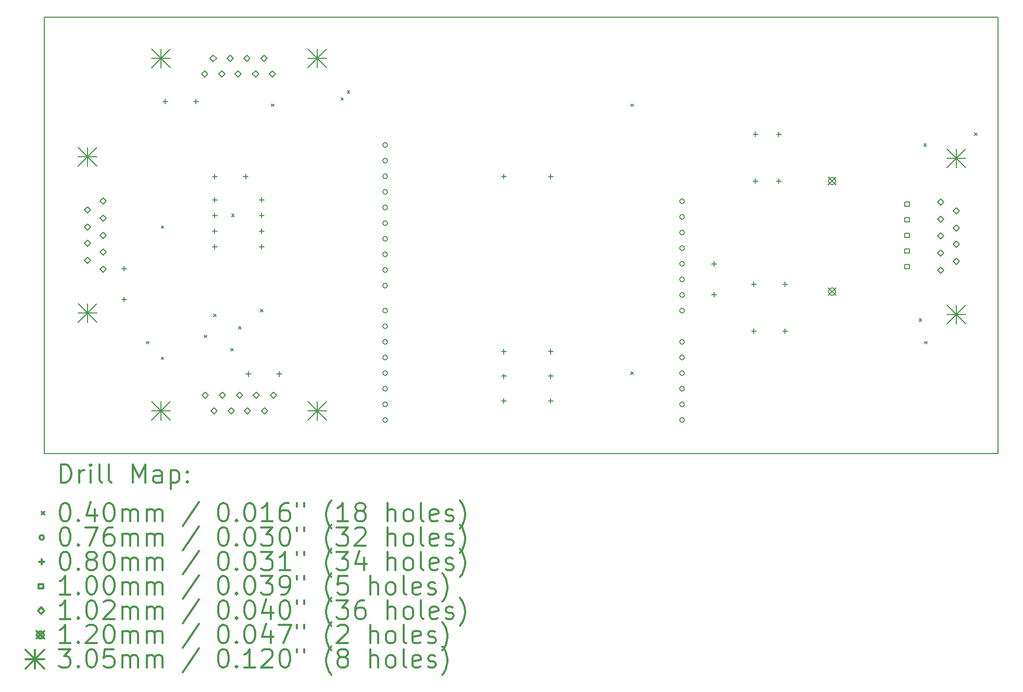
<source format=gbr>
%FSLAX45Y45*%
G04 Gerber Fmt 4.5, Leading zero omitted, Abs format (unit mm)*
G04 Created by KiCad (PCBNEW 4.0.2-stable) date 22/12/2017 23:20:40*
%MOMM*%
G01*
G04 APERTURE LIST*
%ADD10C,0.127000*%
%ADD11C,0.150000*%
%ADD12C,0.200000*%
%ADD13C,0.300000*%
G04 APERTURE END LIST*
D10*
D11*
X22650000Y-4650000D02*
X22650000Y-11750000D01*
X7150000Y-4650000D02*
X22650000Y-4650000D01*
X7150000Y-4650000D02*
X7150000Y-11750000D01*
X7150000Y-11750000D02*
X22650000Y-11750000D01*
D12*
X8806400Y-9925900D02*
X8846400Y-9965900D01*
X8846400Y-9925900D02*
X8806400Y-9965900D01*
X9047700Y-8046300D02*
X9087700Y-8086300D01*
X9087700Y-8046300D02*
X9047700Y-8086300D01*
X9047700Y-10179900D02*
X9087700Y-10219900D01*
X9087700Y-10179900D02*
X9047700Y-10219900D01*
X9746200Y-9824300D02*
X9786200Y-9864300D01*
X9786200Y-9824300D02*
X9746200Y-9864300D01*
X9898600Y-9481400D02*
X9938600Y-9521400D01*
X9938600Y-9481400D02*
X9898600Y-9521400D01*
X10178000Y-10040200D02*
X10218000Y-10080200D01*
X10218000Y-10040200D02*
X10178000Y-10080200D01*
X10190700Y-7855800D02*
X10230700Y-7895800D01*
X10230700Y-7855800D02*
X10190700Y-7895800D01*
X10305000Y-9684600D02*
X10345000Y-9724600D01*
X10345000Y-9684600D02*
X10305000Y-9724600D01*
X10660600Y-9405200D02*
X10700600Y-9445200D01*
X10700600Y-9405200D02*
X10660600Y-9445200D01*
X10838400Y-6065100D02*
X10878400Y-6105100D01*
X10878400Y-6065100D02*
X10838400Y-6105100D01*
X11968700Y-5963500D02*
X12008700Y-6003500D01*
X12008700Y-5963500D02*
X11968700Y-6003500D01*
X12070300Y-5849200D02*
X12110300Y-5889200D01*
X12110300Y-5849200D02*
X12070300Y-5889200D01*
X16680400Y-6065100D02*
X16720400Y-6105100D01*
X16720400Y-6065100D02*
X16680400Y-6105100D01*
X16680400Y-10421200D02*
X16720400Y-10461200D01*
X16720400Y-10421200D02*
X16680400Y-10461200D01*
X21366700Y-9557600D02*
X21406700Y-9597600D01*
X21406700Y-9557600D02*
X21366700Y-9597600D01*
X21442900Y-6712800D02*
X21482900Y-6752800D01*
X21482900Y-6712800D02*
X21442900Y-6752800D01*
X21455600Y-9925900D02*
X21495600Y-9965900D01*
X21495600Y-9925900D02*
X21455600Y-9965900D01*
X22268400Y-6535000D02*
X22308400Y-6575000D01*
X22308400Y-6535000D02*
X22268400Y-6575000D01*
X12725300Y-6732800D02*
G75*
G03X12725300Y-6732800I-38100J0D01*
G01*
X12725300Y-6986800D02*
G75*
G03X12725300Y-6986800I-38100J0D01*
G01*
X12725300Y-7240800D02*
G75*
G03X12725300Y-7240800I-38100J0D01*
G01*
X12725300Y-7494800D02*
G75*
G03X12725300Y-7494800I-38100J0D01*
G01*
X12725300Y-7748800D02*
G75*
G03X12725300Y-7748800I-38100J0D01*
G01*
X12725300Y-8002800D02*
G75*
G03X12725300Y-8002800I-38100J0D01*
G01*
X12725300Y-8256800D02*
G75*
G03X12725300Y-8256800I-38100J0D01*
G01*
X12725300Y-8510800D02*
G75*
G03X12725300Y-8510800I-38100J0D01*
G01*
X12725300Y-8764800D02*
G75*
G03X12725300Y-8764800I-38100J0D01*
G01*
X12725300Y-9018800D02*
G75*
G03X12725300Y-9018800I-38100J0D01*
G01*
X12725300Y-9425200D02*
G75*
G03X12725300Y-9425200I-38100J0D01*
G01*
X12725300Y-9679200D02*
G75*
G03X12725300Y-9679200I-38100J0D01*
G01*
X12725300Y-9933200D02*
G75*
G03X12725300Y-9933200I-38100J0D01*
G01*
X12725300Y-10187200D02*
G75*
G03X12725300Y-10187200I-38100J0D01*
G01*
X12725300Y-10441200D02*
G75*
G03X12725300Y-10441200I-38100J0D01*
G01*
X12725300Y-10695200D02*
G75*
G03X12725300Y-10695200I-38100J0D01*
G01*
X12725300Y-10949200D02*
G75*
G03X12725300Y-10949200I-38100J0D01*
G01*
X12725300Y-11203200D02*
G75*
G03X12725300Y-11203200I-38100J0D01*
G01*
X17551300Y-7647200D02*
G75*
G03X17551300Y-7647200I-38100J0D01*
G01*
X17551300Y-7901200D02*
G75*
G03X17551300Y-7901200I-38100J0D01*
G01*
X17551300Y-8155200D02*
G75*
G03X17551300Y-8155200I-38100J0D01*
G01*
X17551300Y-8409200D02*
G75*
G03X17551300Y-8409200I-38100J0D01*
G01*
X17551300Y-8663200D02*
G75*
G03X17551300Y-8663200I-38100J0D01*
G01*
X17551300Y-8917200D02*
G75*
G03X17551300Y-8917200I-38100J0D01*
G01*
X17551300Y-9171200D02*
G75*
G03X17551300Y-9171200I-38100J0D01*
G01*
X17551300Y-9425200D02*
G75*
G03X17551300Y-9425200I-38100J0D01*
G01*
X17551300Y-9933200D02*
G75*
G03X17551300Y-9933200I-38100J0D01*
G01*
X17551300Y-10187200D02*
G75*
G03X17551300Y-10187200I-38100J0D01*
G01*
X17551300Y-10441200D02*
G75*
G03X17551300Y-10441200I-38100J0D01*
G01*
X17551300Y-10695200D02*
G75*
G03X17551300Y-10695200I-38100J0D01*
G01*
X17551300Y-10949200D02*
G75*
G03X17551300Y-10949200I-38100J0D01*
G01*
X17551300Y-11203200D02*
G75*
G03X17551300Y-11203200I-38100J0D01*
G01*
X8445400Y-8699400D02*
X8445400Y-8779400D01*
X8405400Y-8739400D02*
X8485400Y-8739400D01*
X8445400Y-9199400D02*
X8445400Y-9279400D01*
X8405400Y-9239400D02*
X8485400Y-9239400D01*
X9113800Y-5981600D02*
X9113800Y-6061600D01*
X9073800Y-6021600D02*
X9153800Y-6021600D01*
X9613800Y-5981600D02*
X9613800Y-6061600D01*
X9573800Y-6021600D02*
X9653800Y-6021600D01*
X9918600Y-7200800D02*
X9918600Y-7280800D01*
X9878600Y-7240800D02*
X9958600Y-7240800D01*
X9918600Y-7581800D02*
X9918600Y-7661800D01*
X9878600Y-7621800D02*
X9958600Y-7621800D01*
X9918600Y-7835800D02*
X9918600Y-7915800D01*
X9878600Y-7875800D02*
X9958600Y-7875800D01*
X9918600Y-8089800D02*
X9918600Y-8169800D01*
X9878600Y-8129800D02*
X9958600Y-8129800D01*
X9918600Y-8343800D02*
X9918600Y-8423800D01*
X9878600Y-8383800D02*
X9958600Y-8383800D01*
X10418600Y-7200800D02*
X10418600Y-7280800D01*
X10378600Y-7240800D02*
X10458600Y-7240800D01*
X10464700Y-10413900D02*
X10464700Y-10493900D01*
X10424700Y-10453900D02*
X10504700Y-10453900D01*
X10680600Y-7581800D02*
X10680600Y-7661800D01*
X10640600Y-7621800D02*
X10720600Y-7621800D01*
X10680600Y-7835800D02*
X10680600Y-7915800D01*
X10640600Y-7875800D02*
X10720600Y-7875800D01*
X10680600Y-8089800D02*
X10680600Y-8169800D01*
X10640600Y-8129800D02*
X10720600Y-8129800D01*
X10680600Y-8343800D02*
X10680600Y-8423800D01*
X10640600Y-8383800D02*
X10720600Y-8383800D01*
X10964700Y-10413900D02*
X10964700Y-10493900D01*
X10924700Y-10453900D02*
X11004700Y-10453900D01*
X14617600Y-7200800D02*
X14617600Y-7280800D01*
X14577600Y-7240800D02*
X14657600Y-7240800D01*
X14618000Y-10050000D02*
X14618000Y-10130000D01*
X14578000Y-10090000D02*
X14658000Y-10090000D01*
X14618000Y-10450000D02*
X14618000Y-10530000D01*
X14578000Y-10490000D02*
X14658000Y-10490000D01*
X14618000Y-10850000D02*
X14618000Y-10930000D01*
X14578000Y-10890000D02*
X14658000Y-10890000D01*
X15379600Y-7200800D02*
X15379600Y-7280800D01*
X15339600Y-7240800D02*
X15419600Y-7240800D01*
X15380000Y-10050000D02*
X15380000Y-10130000D01*
X15340000Y-10090000D02*
X15420000Y-10090000D01*
X15380000Y-10450000D02*
X15380000Y-10530000D01*
X15340000Y-10490000D02*
X15420000Y-10490000D01*
X15380000Y-10850000D02*
X15380000Y-10930000D01*
X15340000Y-10890000D02*
X15420000Y-10890000D01*
X18033900Y-8623200D02*
X18033900Y-8703200D01*
X17993900Y-8663200D02*
X18073900Y-8663200D01*
X18033900Y-9123200D02*
X18033900Y-9203200D01*
X17993900Y-9163200D02*
X18073900Y-9163200D01*
X18681600Y-8953400D02*
X18681600Y-9033400D01*
X18641600Y-8993400D02*
X18721600Y-8993400D01*
X18681600Y-9715400D02*
X18681600Y-9795400D01*
X18641600Y-9755400D02*
X18721600Y-9755400D01*
X18707000Y-6515000D02*
X18707000Y-6595000D01*
X18667000Y-6555000D02*
X18747000Y-6555000D01*
X18707000Y-7277000D02*
X18707000Y-7357000D01*
X18667000Y-7317000D02*
X18747000Y-7317000D01*
X19088000Y-6515000D02*
X19088000Y-6595000D01*
X19048000Y-6555000D02*
X19128000Y-6555000D01*
X19088000Y-7277000D02*
X19088000Y-7357000D01*
X19048000Y-7317000D02*
X19128000Y-7317000D01*
X19189600Y-8953400D02*
X19189600Y-9033400D01*
X19149600Y-8993400D02*
X19229600Y-8993400D01*
X19189600Y-9715400D02*
X19189600Y-9795400D01*
X19149600Y-9755400D02*
X19229600Y-9755400D01*
X21206156Y-7727006D02*
X21206156Y-7656294D01*
X21135444Y-7656294D01*
X21135444Y-7727006D01*
X21206156Y-7727006D01*
X21206156Y-7981006D02*
X21206156Y-7910294D01*
X21135444Y-7910294D01*
X21135444Y-7981006D01*
X21206156Y-7981006D01*
X21206156Y-8235006D02*
X21206156Y-8164294D01*
X21135444Y-8164294D01*
X21135444Y-8235006D01*
X21206156Y-8235006D01*
X21206156Y-8489006D02*
X21206156Y-8418294D01*
X21135444Y-8418294D01*
X21135444Y-8489006D01*
X21206156Y-8489006D01*
X21206156Y-8743006D02*
X21206156Y-8672294D01*
X21135444Y-8672294D01*
X21135444Y-8743006D01*
X21206156Y-8743006D01*
X7848600Y-7834000D02*
X7899600Y-7783000D01*
X7848600Y-7732000D01*
X7797600Y-7783000D01*
X7848600Y-7834000D01*
X7848600Y-8113000D02*
X7899600Y-8062000D01*
X7848600Y-8011000D01*
X7797600Y-8062000D01*
X7848600Y-8113000D01*
X7848600Y-8380000D02*
X7899600Y-8329000D01*
X7848600Y-8278000D01*
X7797600Y-8329000D01*
X7848600Y-8380000D01*
X7848600Y-8659000D02*
X7899600Y-8608000D01*
X7848600Y-8557000D01*
X7797600Y-8608000D01*
X7848600Y-8659000D01*
X8102600Y-7694000D02*
X8153600Y-7643000D01*
X8102600Y-7592000D01*
X8051600Y-7643000D01*
X8102600Y-7694000D01*
X8102600Y-7973000D02*
X8153600Y-7922000D01*
X8102600Y-7871000D01*
X8051600Y-7922000D01*
X8102600Y-7973000D01*
X8102600Y-8253000D02*
X8153600Y-8202000D01*
X8102600Y-8151000D01*
X8051600Y-8202000D01*
X8102600Y-8253000D01*
X8102600Y-8520000D02*
X8153600Y-8469000D01*
X8102600Y-8418000D01*
X8051600Y-8469000D01*
X8102600Y-8520000D01*
X8102600Y-8799000D02*
X8153600Y-8748000D01*
X8102600Y-8697000D01*
X8051600Y-8748000D01*
X8102600Y-8799000D01*
X9753500Y-5628100D02*
X9804500Y-5577100D01*
X9753500Y-5526100D01*
X9702500Y-5577100D01*
X9753500Y-5628100D01*
X9766100Y-10847800D02*
X9817100Y-10796800D01*
X9766100Y-10745800D01*
X9715100Y-10796800D01*
X9766100Y-10847800D01*
X9893500Y-5374100D02*
X9944500Y-5323100D01*
X9893500Y-5272100D01*
X9842500Y-5323100D01*
X9893500Y-5374100D01*
X9906100Y-11101800D02*
X9957100Y-11050800D01*
X9906100Y-10999800D01*
X9855100Y-11050800D01*
X9906100Y-11101800D01*
X10032500Y-5628100D02*
X10083500Y-5577100D01*
X10032500Y-5526100D01*
X9981500Y-5577100D01*
X10032500Y-5628100D01*
X10045100Y-10847800D02*
X10096100Y-10796800D01*
X10045100Y-10745800D01*
X9994100Y-10796800D01*
X10045100Y-10847800D01*
X10172500Y-5374100D02*
X10223500Y-5323100D01*
X10172500Y-5272100D01*
X10121500Y-5323100D01*
X10172500Y-5374100D01*
X10185100Y-11101800D02*
X10236100Y-11050800D01*
X10185100Y-10999800D01*
X10134100Y-11050800D01*
X10185100Y-11101800D01*
X10299500Y-5628100D02*
X10350500Y-5577100D01*
X10299500Y-5526100D01*
X10248500Y-5577100D01*
X10299500Y-5628100D01*
X10325100Y-10847800D02*
X10376100Y-10796800D01*
X10325100Y-10745800D01*
X10274100Y-10796800D01*
X10325100Y-10847800D01*
X10439500Y-5374100D02*
X10490500Y-5323100D01*
X10439500Y-5272100D01*
X10388500Y-5323100D01*
X10439500Y-5374100D01*
X10452100Y-11101800D02*
X10503100Y-11050800D01*
X10452100Y-10999800D01*
X10401100Y-11050800D01*
X10452100Y-11101800D01*
X10579500Y-5628100D02*
X10630500Y-5577100D01*
X10579500Y-5526100D01*
X10528500Y-5577100D01*
X10579500Y-5628100D01*
X10592100Y-10847800D02*
X10643100Y-10796800D01*
X10592100Y-10745800D01*
X10541100Y-10796800D01*
X10592100Y-10847800D01*
X10718500Y-5374100D02*
X10769500Y-5323100D01*
X10718500Y-5272100D01*
X10667500Y-5323100D01*
X10718500Y-5374100D01*
X10731100Y-11101800D02*
X10782100Y-11050800D01*
X10731100Y-10999800D01*
X10680100Y-11050800D01*
X10731100Y-11101800D01*
X10858500Y-5628100D02*
X10909500Y-5577100D01*
X10858500Y-5526100D01*
X10807500Y-5577100D01*
X10858500Y-5628100D01*
X10871100Y-10847800D02*
X10922100Y-10796800D01*
X10871100Y-10745800D01*
X10820100Y-10796800D01*
X10871100Y-10847800D01*
X21717700Y-7712620D02*
X21768700Y-7661620D01*
X21717700Y-7610620D01*
X21666700Y-7661620D01*
X21717700Y-7712620D01*
X21717700Y-7992620D02*
X21768700Y-7941620D01*
X21717700Y-7890620D01*
X21666700Y-7941620D01*
X21717700Y-7992620D01*
X21717700Y-8258620D02*
X21768700Y-8207620D01*
X21717700Y-8156620D01*
X21666700Y-8207620D01*
X21717700Y-8258620D01*
X21717700Y-8538620D02*
X21768700Y-8487620D01*
X21717700Y-8436620D01*
X21666700Y-8487620D01*
X21717700Y-8538620D01*
X21717700Y-8817620D02*
X21768700Y-8766620D01*
X21717700Y-8715620D01*
X21666700Y-8766620D01*
X21717700Y-8817620D01*
X21971700Y-7852620D02*
X22022700Y-7801620D01*
X21971700Y-7750620D01*
X21920700Y-7801620D01*
X21971700Y-7852620D01*
X21971700Y-8131620D02*
X22022700Y-8080620D01*
X21971700Y-8029620D01*
X21920700Y-8080620D01*
X21971700Y-8131620D01*
X21971700Y-8398620D02*
X22022700Y-8347620D01*
X21971700Y-8296620D01*
X21920700Y-8347620D01*
X21971700Y-8398620D01*
X21971700Y-8677620D02*
X22022700Y-8626620D01*
X21971700Y-8575620D01*
X21920700Y-8626620D01*
X21971700Y-8677620D01*
X19891600Y-7257000D02*
X20011600Y-7377000D01*
X20011600Y-7257000D02*
X19891600Y-7377000D01*
X20011600Y-7317000D02*
G75*
G03X20011600Y-7317000I-60000J0D01*
G01*
X19891600Y-9057000D02*
X20011600Y-9177000D01*
X20011600Y-9057000D02*
X19891600Y-9177000D01*
X20011600Y-9117000D02*
G75*
G03X20011600Y-9117000I-60000J0D01*
G01*
X7696100Y-6766500D02*
X8001100Y-7071500D01*
X8001100Y-6766500D02*
X7696100Y-7071500D01*
X7848600Y-6766500D02*
X7848600Y-7071500D01*
X7696100Y-6919000D02*
X8001100Y-6919000D01*
X7696100Y-9306500D02*
X8001100Y-9611500D01*
X8001100Y-9306500D02*
X7696100Y-9611500D01*
X7848600Y-9306500D02*
X7848600Y-9611500D01*
X7696100Y-9459000D02*
X8001100Y-9459000D01*
X8889600Y-10898300D02*
X9194600Y-11203300D01*
X9194600Y-10898300D02*
X8889600Y-11203300D01*
X9042100Y-10898300D02*
X9042100Y-11203300D01*
X8889600Y-11050800D02*
X9194600Y-11050800D01*
X8890000Y-5170600D02*
X9195000Y-5475600D01*
X9195000Y-5170600D02*
X8890000Y-5475600D01*
X9042500Y-5170600D02*
X9042500Y-5475600D01*
X8890000Y-5323100D02*
X9195000Y-5323100D01*
X11429600Y-10898300D02*
X11734600Y-11203300D01*
X11734600Y-10898300D02*
X11429600Y-11203300D01*
X11582100Y-10898300D02*
X11582100Y-11203300D01*
X11429600Y-11050800D02*
X11734600Y-11050800D01*
X11430000Y-5170600D02*
X11735000Y-5475600D01*
X11735000Y-5170600D02*
X11430000Y-5475600D01*
X11582500Y-5170600D02*
X11582500Y-5475600D01*
X11430000Y-5323100D02*
X11735000Y-5323100D01*
X21819200Y-6798120D02*
X22124200Y-7103120D01*
X22124200Y-6798120D02*
X21819200Y-7103120D01*
X21971700Y-6798120D02*
X21971700Y-7103120D01*
X21819200Y-6950620D02*
X22124200Y-6950620D01*
X21819200Y-9338120D02*
X22124200Y-9643120D01*
X22124200Y-9338120D02*
X21819200Y-9643120D01*
X21971700Y-9338120D02*
X21971700Y-9643120D01*
X21819200Y-9490620D02*
X22124200Y-9490620D01*
D13*
X7413928Y-12223214D02*
X7413928Y-11923214D01*
X7485357Y-11923214D01*
X7528214Y-11937500D01*
X7556786Y-11966071D01*
X7571071Y-11994643D01*
X7585357Y-12051786D01*
X7585357Y-12094643D01*
X7571071Y-12151786D01*
X7556786Y-12180357D01*
X7528214Y-12208929D01*
X7485357Y-12223214D01*
X7413928Y-12223214D01*
X7713928Y-12223214D02*
X7713928Y-12023214D01*
X7713928Y-12080357D02*
X7728214Y-12051786D01*
X7742500Y-12037500D01*
X7771071Y-12023214D01*
X7799643Y-12023214D01*
X7899643Y-12223214D02*
X7899643Y-12023214D01*
X7899643Y-11923214D02*
X7885357Y-11937500D01*
X7899643Y-11951786D01*
X7913928Y-11937500D01*
X7899643Y-11923214D01*
X7899643Y-11951786D01*
X8085357Y-12223214D02*
X8056786Y-12208929D01*
X8042500Y-12180357D01*
X8042500Y-11923214D01*
X8242500Y-12223214D02*
X8213928Y-12208929D01*
X8199643Y-12180357D01*
X8199643Y-11923214D01*
X8585357Y-12223214D02*
X8585357Y-11923214D01*
X8685357Y-12137500D01*
X8785357Y-11923214D01*
X8785357Y-12223214D01*
X9056786Y-12223214D02*
X9056786Y-12066071D01*
X9042500Y-12037500D01*
X9013929Y-12023214D01*
X8956786Y-12023214D01*
X8928214Y-12037500D01*
X9056786Y-12208929D02*
X9028214Y-12223214D01*
X8956786Y-12223214D01*
X8928214Y-12208929D01*
X8913929Y-12180357D01*
X8913929Y-12151786D01*
X8928214Y-12123214D01*
X8956786Y-12108929D01*
X9028214Y-12108929D01*
X9056786Y-12094643D01*
X9199643Y-12023214D02*
X9199643Y-12323214D01*
X9199643Y-12037500D02*
X9228214Y-12023214D01*
X9285357Y-12023214D01*
X9313929Y-12037500D01*
X9328214Y-12051786D01*
X9342500Y-12080357D01*
X9342500Y-12166071D01*
X9328214Y-12194643D01*
X9313929Y-12208929D01*
X9285357Y-12223214D01*
X9228214Y-12223214D01*
X9199643Y-12208929D01*
X9471071Y-12194643D02*
X9485357Y-12208929D01*
X9471071Y-12223214D01*
X9456786Y-12208929D01*
X9471071Y-12194643D01*
X9471071Y-12223214D01*
X9471071Y-12037500D02*
X9485357Y-12051786D01*
X9471071Y-12066071D01*
X9456786Y-12051786D01*
X9471071Y-12037500D01*
X9471071Y-12066071D01*
X7102500Y-12697500D02*
X7142500Y-12737500D01*
X7142500Y-12697500D02*
X7102500Y-12737500D01*
X7471071Y-12553214D02*
X7499643Y-12553214D01*
X7528214Y-12567500D01*
X7542500Y-12581786D01*
X7556786Y-12610357D01*
X7571071Y-12667500D01*
X7571071Y-12738929D01*
X7556786Y-12796071D01*
X7542500Y-12824643D01*
X7528214Y-12838929D01*
X7499643Y-12853214D01*
X7471071Y-12853214D01*
X7442500Y-12838929D01*
X7428214Y-12824643D01*
X7413928Y-12796071D01*
X7399643Y-12738929D01*
X7399643Y-12667500D01*
X7413928Y-12610357D01*
X7428214Y-12581786D01*
X7442500Y-12567500D01*
X7471071Y-12553214D01*
X7699643Y-12824643D02*
X7713928Y-12838929D01*
X7699643Y-12853214D01*
X7685357Y-12838929D01*
X7699643Y-12824643D01*
X7699643Y-12853214D01*
X7971071Y-12653214D02*
X7971071Y-12853214D01*
X7899643Y-12538929D02*
X7828214Y-12753214D01*
X8013928Y-12753214D01*
X8185357Y-12553214D02*
X8213928Y-12553214D01*
X8242500Y-12567500D01*
X8256786Y-12581786D01*
X8271071Y-12610357D01*
X8285357Y-12667500D01*
X8285357Y-12738929D01*
X8271071Y-12796071D01*
X8256786Y-12824643D01*
X8242500Y-12838929D01*
X8213928Y-12853214D01*
X8185357Y-12853214D01*
X8156786Y-12838929D01*
X8142500Y-12824643D01*
X8128214Y-12796071D01*
X8113928Y-12738929D01*
X8113928Y-12667500D01*
X8128214Y-12610357D01*
X8142500Y-12581786D01*
X8156786Y-12567500D01*
X8185357Y-12553214D01*
X8413929Y-12853214D02*
X8413929Y-12653214D01*
X8413929Y-12681786D02*
X8428214Y-12667500D01*
X8456786Y-12653214D01*
X8499643Y-12653214D01*
X8528214Y-12667500D01*
X8542500Y-12696071D01*
X8542500Y-12853214D01*
X8542500Y-12696071D02*
X8556786Y-12667500D01*
X8585357Y-12653214D01*
X8628214Y-12653214D01*
X8656786Y-12667500D01*
X8671071Y-12696071D01*
X8671071Y-12853214D01*
X8813929Y-12853214D02*
X8813929Y-12653214D01*
X8813929Y-12681786D02*
X8828214Y-12667500D01*
X8856786Y-12653214D01*
X8899643Y-12653214D01*
X8928214Y-12667500D01*
X8942500Y-12696071D01*
X8942500Y-12853214D01*
X8942500Y-12696071D02*
X8956786Y-12667500D01*
X8985357Y-12653214D01*
X9028214Y-12653214D01*
X9056786Y-12667500D01*
X9071071Y-12696071D01*
X9071071Y-12853214D01*
X9656786Y-12538929D02*
X9399643Y-12924643D01*
X10042500Y-12553214D02*
X10071071Y-12553214D01*
X10099643Y-12567500D01*
X10113928Y-12581786D01*
X10128214Y-12610357D01*
X10142500Y-12667500D01*
X10142500Y-12738929D01*
X10128214Y-12796071D01*
X10113928Y-12824643D01*
X10099643Y-12838929D01*
X10071071Y-12853214D01*
X10042500Y-12853214D01*
X10013928Y-12838929D01*
X9999643Y-12824643D01*
X9985357Y-12796071D01*
X9971071Y-12738929D01*
X9971071Y-12667500D01*
X9985357Y-12610357D01*
X9999643Y-12581786D01*
X10013928Y-12567500D01*
X10042500Y-12553214D01*
X10271071Y-12824643D02*
X10285357Y-12838929D01*
X10271071Y-12853214D01*
X10256786Y-12838929D01*
X10271071Y-12824643D01*
X10271071Y-12853214D01*
X10471071Y-12553214D02*
X10499643Y-12553214D01*
X10528214Y-12567500D01*
X10542500Y-12581786D01*
X10556786Y-12610357D01*
X10571071Y-12667500D01*
X10571071Y-12738929D01*
X10556786Y-12796071D01*
X10542500Y-12824643D01*
X10528214Y-12838929D01*
X10499643Y-12853214D01*
X10471071Y-12853214D01*
X10442500Y-12838929D01*
X10428214Y-12824643D01*
X10413928Y-12796071D01*
X10399643Y-12738929D01*
X10399643Y-12667500D01*
X10413928Y-12610357D01*
X10428214Y-12581786D01*
X10442500Y-12567500D01*
X10471071Y-12553214D01*
X10856786Y-12853214D02*
X10685357Y-12853214D01*
X10771071Y-12853214D02*
X10771071Y-12553214D01*
X10742500Y-12596071D01*
X10713928Y-12624643D01*
X10685357Y-12638929D01*
X11113928Y-12553214D02*
X11056786Y-12553214D01*
X11028214Y-12567500D01*
X11013928Y-12581786D01*
X10985357Y-12624643D01*
X10971071Y-12681786D01*
X10971071Y-12796071D01*
X10985357Y-12824643D01*
X10999643Y-12838929D01*
X11028214Y-12853214D01*
X11085357Y-12853214D01*
X11113928Y-12838929D01*
X11128214Y-12824643D01*
X11142500Y-12796071D01*
X11142500Y-12724643D01*
X11128214Y-12696071D01*
X11113928Y-12681786D01*
X11085357Y-12667500D01*
X11028214Y-12667500D01*
X10999643Y-12681786D01*
X10985357Y-12696071D01*
X10971071Y-12724643D01*
X11256786Y-12553214D02*
X11256786Y-12610357D01*
X11371071Y-12553214D02*
X11371071Y-12610357D01*
X11813928Y-12967500D02*
X11799643Y-12953214D01*
X11771071Y-12910357D01*
X11756785Y-12881786D01*
X11742500Y-12838929D01*
X11728214Y-12767500D01*
X11728214Y-12710357D01*
X11742500Y-12638929D01*
X11756785Y-12596071D01*
X11771071Y-12567500D01*
X11799643Y-12524643D01*
X11813928Y-12510357D01*
X12085357Y-12853214D02*
X11913928Y-12853214D01*
X11999643Y-12853214D02*
X11999643Y-12553214D01*
X11971071Y-12596071D01*
X11942500Y-12624643D01*
X11913928Y-12638929D01*
X12256785Y-12681786D02*
X12228214Y-12667500D01*
X12213928Y-12653214D01*
X12199643Y-12624643D01*
X12199643Y-12610357D01*
X12213928Y-12581786D01*
X12228214Y-12567500D01*
X12256785Y-12553214D01*
X12313928Y-12553214D01*
X12342500Y-12567500D01*
X12356785Y-12581786D01*
X12371071Y-12610357D01*
X12371071Y-12624643D01*
X12356785Y-12653214D01*
X12342500Y-12667500D01*
X12313928Y-12681786D01*
X12256785Y-12681786D01*
X12228214Y-12696071D01*
X12213928Y-12710357D01*
X12199643Y-12738929D01*
X12199643Y-12796071D01*
X12213928Y-12824643D01*
X12228214Y-12838929D01*
X12256785Y-12853214D01*
X12313928Y-12853214D01*
X12342500Y-12838929D01*
X12356785Y-12824643D01*
X12371071Y-12796071D01*
X12371071Y-12738929D01*
X12356785Y-12710357D01*
X12342500Y-12696071D01*
X12313928Y-12681786D01*
X12728214Y-12853214D02*
X12728214Y-12553214D01*
X12856785Y-12853214D02*
X12856785Y-12696071D01*
X12842500Y-12667500D01*
X12813928Y-12653214D01*
X12771071Y-12653214D01*
X12742500Y-12667500D01*
X12728214Y-12681786D01*
X13042500Y-12853214D02*
X13013928Y-12838929D01*
X12999643Y-12824643D01*
X12985357Y-12796071D01*
X12985357Y-12710357D01*
X12999643Y-12681786D01*
X13013928Y-12667500D01*
X13042500Y-12653214D01*
X13085357Y-12653214D01*
X13113928Y-12667500D01*
X13128214Y-12681786D01*
X13142500Y-12710357D01*
X13142500Y-12796071D01*
X13128214Y-12824643D01*
X13113928Y-12838929D01*
X13085357Y-12853214D01*
X13042500Y-12853214D01*
X13313928Y-12853214D02*
X13285357Y-12838929D01*
X13271071Y-12810357D01*
X13271071Y-12553214D01*
X13542500Y-12838929D02*
X13513928Y-12853214D01*
X13456786Y-12853214D01*
X13428214Y-12838929D01*
X13413928Y-12810357D01*
X13413928Y-12696071D01*
X13428214Y-12667500D01*
X13456786Y-12653214D01*
X13513928Y-12653214D01*
X13542500Y-12667500D01*
X13556786Y-12696071D01*
X13556786Y-12724643D01*
X13413928Y-12753214D01*
X13671071Y-12838929D02*
X13699643Y-12853214D01*
X13756786Y-12853214D01*
X13785357Y-12838929D01*
X13799643Y-12810357D01*
X13799643Y-12796071D01*
X13785357Y-12767500D01*
X13756786Y-12753214D01*
X13713928Y-12753214D01*
X13685357Y-12738929D01*
X13671071Y-12710357D01*
X13671071Y-12696071D01*
X13685357Y-12667500D01*
X13713928Y-12653214D01*
X13756786Y-12653214D01*
X13785357Y-12667500D01*
X13899643Y-12967500D02*
X13913928Y-12953214D01*
X13942500Y-12910357D01*
X13956786Y-12881786D01*
X13971071Y-12838929D01*
X13985357Y-12767500D01*
X13985357Y-12710357D01*
X13971071Y-12638929D01*
X13956786Y-12596071D01*
X13942500Y-12567500D01*
X13913928Y-12524643D01*
X13899643Y-12510357D01*
X7142500Y-13113500D02*
G75*
G03X7142500Y-13113500I-38100J0D01*
G01*
X7471071Y-12949214D02*
X7499643Y-12949214D01*
X7528214Y-12963500D01*
X7542500Y-12977786D01*
X7556786Y-13006357D01*
X7571071Y-13063500D01*
X7571071Y-13134929D01*
X7556786Y-13192071D01*
X7542500Y-13220643D01*
X7528214Y-13234929D01*
X7499643Y-13249214D01*
X7471071Y-13249214D01*
X7442500Y-13234929D01*
X7428214Y-13220643D01*
X7413928Y-13192071D01*
X7399643Y-13134929D01*
X7399643Y-13063500D01*
X7413928Y-13006357D01*
X7428214Y-12977786D01*
X7442500Y-12963500D01*
X7471071Y-12949214D01*
X7699643Y-13220643D02*
X7713928Y-13234929D01*
X7699643Y-13249214D01*
X7685357Y-13234929D01*
X7699643Y-13220643D01*
X7699643Y-13249214D01*
X7813928Y-12949214D02*
X8013928Y-12949214D01*
X7885357Y-13249214D01*
X8256786Y-12949214D02*
X8199643Y-12949214D01*
X8171071Y-12963500D01*
X8156786Y-12977786D01*
X8128214Y-13020643D01*
X8113928Y-13077786D01*
X8113928Y-13192071D01*
X8128214Y-13220643D01*
X8142500Y-13234929D01*
X8171071Y-13249214D01*
X8228214Y-13249214D01*
X8256786Y-13234929D01*
X8271071Y-13220643D01*
X8285357Y-13192071D01*
X8285357Y-13120643D01*
X8271071Y-13092071D01*
X8256786Y-13077786D01*
X8228214Y-13063500D01*
X8171071Y-13063500D01*
X8142500Y-13077786D01*
X8128214Y-13092071D01*
X8113928Y-13120643D01*
X8413929Y-13249214D02*
X8413929Y-13049214D01*
X8413929Y-13077786D02*
X8428214Y-13063500D01*
X8456786Y-13049214D01*
X8499643Y-13049214D01*
X8528214Y-13063500D01*
X8542500Y-13092071D01*
X8542500Y-13249214D01*
X8542500Y-13092071D02*
X8556786Y-13063500D01*
X8585357Y-13049214D01*
X8628214Y-13049214D01*
X8656786Y-13063500D01*
X8671071Y-13092071D01*
X8671071Y-13249214D01*
X8813929Y-13249214D02*
X8813929Y-13049214D01*
X8813929Y-13077786D02*
X8828214Y-13063500D01*
X8856786Y-13049214D01*
X8899643Y-13049214D01*
X8928214Y-13063500D01*
X8942500Y-13092071D01*
X8942500Y-13249214D01*
X8942500Y-13092071D02*
X8956786Y-13063500D01*
X8985357Y-13049214D01*
X9028214Y-13049214D01*
X9056786Y-13063500D01*
X9071071Y-13092071D01*
X9071071Y-13249214D01*
X9656786Y-12934929D02*
X9399643Y-13320643D01*
X10042500Y-12949214D02*
X10071071Y-12949214D01*
X10099643Y-12963500D01*
X10113928Y-12977786D01*
X10128214Y-13006357D01*
X10142500Y-13063500D01*
X10142500Y-13134929D01*
X10128214Y-13192071D01*
X10113928Y-13220643D01*
X10099643Y-13234929D01*
X10071071Y-13249214D01*
X10042500Y-13249214D01*
X10013928Y-13234929D01*
X9999643Y-13220643D01*
X9985357Y-13192071D01*
X9971071Y-13134929D01*
X9971071Y-13063500D01*
X9985357Y-13006357D01*
X9999643Y-12977786D01*
X10013928Y-12963500D01*
X10042500Y-12949214D01*
X10271071Y-13220643D02*
X10285357Y-13234929D01*
X10271071Y-13249214D01*
X10256786Y-13234929D01*
X10271071Y-13220643D01*
X10271071Y-13249214D01*
X10471071Y-12949214D02*
X10499643Y-12949214D01*
X10528214Y-12963500D01*
X10542500Y-12977786D01*
X10556786Y-13006357D01*
X10571071Y-13063500D01*
X10571071Y-13134929D01*
X10556786Y-13192071D01*
X10542500Y-13220643D01*
X10528214Y-13234929D01*
X10499643Y-13249214D01*
X10471071Y-13249214D01*
X10442500Y-13234929D01*
X10428214Y-13220643D01*
X10413928Y-13192071D01*
X10399643Y-13134929D01*
X10399643Y-13063500D01*
X10413928Y-13006357D01*
X10428214Y-12977786D01*
X10442500Y-12963500D01*
X10471071Y-12949214D01*
X10671071Y-12949214D02*
X10856786Y-12949214D01*
X10756786Y-13063500D01*
X10799643Y-13063500D01*
X10828214Y-13077786D01*
X10842500Y-13092071D01*
X10856786Y-13120643D01*
X10856786Y-13192071D01*
X10842500Y-13220643D01*
X10828214Y-13234929D01*
X10799643Y-13249214D01*
X10713928Y-13249214D01*
X10685357Y-13234929D01*
X10671071Y-13220643D01*
X11042500Y-12949214D02*
X11071071Y-12949214D01*
X11099643Y-12963500D01*
X11113928Y-12977786D01*
X11128214Y-13006357D01*
X11142500Y-13063500D01*
X11142500Y-13134929D01*
X11128214Y-13192071D01*
X11113928Y-13220643D01*
X11099643Y-13234929D01*
X11071071Y-13249214D01*
X11042500Y-13249214D01*
X11013928Y-13234929D01*
X10999643Y-13220643D01*
X10985357Y-13192071D01*
X10971071Y-13134929D01*
X10971071Y-13063500D01*
X10985357Y-13006357D01*
X10999643Y-12977786D01*
X11013928Y-12963500D01*
X11042500Y-12949214D01*
X11256786Y-12949214D02*
X11256786Y-13006357D01*
X11371071Y-12949214D02*
X11371071Y-13006357D01*
X11813928Y-13363500D02*
X11799643Y-13349214D01*
X11771071Y-13306357D01*
X11756785Y-13277786D01*
X11742500Y-13234929D01*
X11728214Y-13163500D01*
X11728214Y-13106357D01*
X11742500Y-13034929D01*
X11756785Y-12992071D01*
X11771071Y-12963500D01*
X11799643Y-12920643D01*
X11813928Y-12906357D01*
X11899643Y-12949214D02*
X12085357Y-12949214D01*
X11985357Y-13063500D01*
X12028214Y-13063500D01*
X12056785Y-13077786D01*
X12071071Y-13092071D01*
X12085357Y-13120643D01*
X12085357Y-13192071D01*
X12071071Y-13220643D01*
X12056785Y-13234929D01*
X12028214Y-13249214D01*
X11942500Y-13249214D01*
X11913928Y-13234929D01*
X11899643Y-13220643D01*
X12199643Y-12977786D02*
X12213928Y-12963500D01*
X12242500Y-12949214D01*
X12313928Y-12949214D01*
X12342500Y-12963500D01*
X12356785Y-12977786D01*
X12371071Y-13006357D01*
X12371071Y-13034929D01*
X12356785Y-13077786D01*
X12185357Y-13249214D01*
X12371071Y-13249214D01*
X12728214Y-13249214D02*
X12728214Y-12949214D01*
X12856785Y-13249214D02*
X12856785Y-13092071D01*
X12842500Y-13063500D01*
X12813928Y-13049214D01*
X12771071Y-13049214D01*
X12742500Y-13063500D01*
X12728214Y-13077786D01*
X13042500Y-13249214D02*
X13013928Y-13234929D01*
X12999643Y-13220643D01*
X12985357Y-13192071D01*
X12985357Y-13106357D01*
X12999643Y-13077786D01*
X13013928Y-13063500D01*
X13042500Y-13049214D01*
X13085357Y-13049214D01*
X13113928Y-13063500D01*
X13128214Y-13077786D01*
X13142500Y-13106357D01*
X13142500Y-13192071D01*
X13128214Y-13220643D01*
X13113928Y-13234929D01*
X13085357Y-13249214D01*
X13042500Y-13249214D01*
X13313928Y-13249214D02*
X13285357Y-13234929D01*
X13271071Y-13206357D01*
X13271071Y-12949214D01*
X13542500Y-13234929D02*
X13513928Y-13249214D01*
X13456786Y-13249214D01*
X13428214Y-13234929D01*
X13413928Y-13206357D01*
X13413928Y-13092071D01*
X13428214Y-13063500D01*
X13456786Y-13049214D01*
X13513928Y-13049214D01*
X13542500Y-13063500D01*
X13556786Y-13092071D01*
X13556786Y-13120643D01*
X13413928Y-13149214D01*
X13671071Y-13234929D02*
X13699643Y-13249214D01*
X13756786Y-13249214D01*
X13785357Y-13234929D01*
X13799643Y-13206357D01*
X13799643Y-13192071D01*
X13785357Y-13163500D01*
X13756786Y-13149214D01*
X13713928Y-13149214D01*
X13685357Y-13134929D01*
X13671071Y-13106357D01*
X13671071Y-13092071D01*
X13685357Y-13063500D01*
X13713928Y-13049214D01*
X13756786Y-13049214D01*
X13785357Y-13063500D01*
X13899643Y-13363500D02*
X13913928Y-13349214D01*
X13942500Y-13306357D01*
X13956786Y-13277786D01*
X13971071Y-13234929D01*
X13985357Y-13163500D01*
X13985357Y-13106357D01*
X13971071Y-13034929D01*
X13956786Y-12992071D01*
X13942500Y-12963500D01*
X13913928Y-12920643D01*
X13899643Y-12906357D01*
X7102500Y-13469500D02*
X7102500Y-13549500D01*
X7062500Y-13509500D02*
X7142500Y-13509500D01*
X7471071Y-13345214D02*
X7499643Y-13345214D01*
X7528214Y-13359500D01*
X7542500Y-13373786D01*
X7556786Y-13402357D01*
X7571071Y-13459500D01*
X7571071Y-13530929D01*
X7556786Y-13588071D01*
X7542500Y-13616643D01*
X7528214Y-13630929D01*
X7499643Y-13645214D01*
X7471071Y-13645214D01*
X7442500Y-13630929D01*
X7428214Y-13616643D01*
X7413928Y-13588071D01*
X7399643Y-13530929D01*
X7399643Y-13459500D01*
X7413928Y-13402357D01*
X7428214Y-13373786D01*
X7442500Y-13359500D01*
X7471071Y-13345214D01*
X7699643Y-13616643D02*
X7713928Y-13630929D01*
X7699643Y-13645214D01*
X7685357Y-13630929D01*
X7699643Y-13616643D01*
X7699643Y-13645214D01*
X7885357Y-13473786D02*
X7856786Y-13459500D01*
X7842500Y-13445214D01*
X7828214Y-13416643D01*
X7828214Y-13402357D01*
X7842500Y-13373786D01*
X7856786Y-13359500D01*
X7885357Y-13345214D01*
X7942500Y-13345214D01*
X7971071Y-13359500D01*
X7985357Y-13373786D01*
X7999643Y-13402357D01*
X7999643Y-13416643D01*
X7985357Y-13445214D01*
X7971071Y-13459500D01*
X7942500Y-13473786D01*
X7885357Y-13473786D01*
X7856786Y-13488071D01*
X7842500Y-13502357D01*
X7828214Y-13530929D01*
X7828214Y-13588071D01*
X7842500Y-13616643D01*
X7856786Y-13630929D01*
X7885357Y-13645214D01*
X7942500Y-13645214D01*
X7971071Y-13630929D01*
X7985357Y-13616643D01*
X7999643Y-13588071D01*
X7999643Y-13530929D01*
X7985357Y-13502357D01*
X7971071Y-13488071D01*
X7942500Y-13473786D01*
X8185357Y-13345214D02*
X8213928Y-13345214D01*
X8242500Y-13359500D01*
X8256786Y-13373786D01*
X8271071Y-13402357D01*
X8285357Y-13459500D01*
X8285357Y-13530929D01*
X8271071Y-13588071D01*
X8256786Y-13616643D01*
X8242500Y-13630929D01*
X8213928Y-13645214D01*
X8185357Y-13645214D01*
X8156786Y-13630929D01*
X8142500Y-13616643D01*
X8128214Y-13588071D01*
X8113928Y-13530929D01*
X8113928Y-13459500D01*
X8128214Y-13402357D01*
X8142500Y-13373786D01*
X8156786Y-13359500D01*
X8185357Y-13345214D01*
X8413929Y-13645214D02*
X8413929Y-13445214D01*
X8413929Y-13473786D02*
X8428214Y-13459500D01*
X8456786Y-13445214D01*
X8499643Y-13445214D01*
X8528214Y-13459500D01*
X8542500Y-13488071D01*
X8542500Y-13645214D01*
X8542500Y-13488071D02*
X8556786Y-13459500D01*
X8585357Y-13445214D01*
X8628214Y-13445214D01*
X8656786Y-13459500D01*
X8671071Y-13488071D01*
X8671071Y-13645214D01*
X8813929Y-13645214D02*
X8813929Y-13445214D01*
X8813929Y-13473786D02*
X8828214Y-13459500D01*
X8856786Y-13445214D01*
X8899643Y-13445214D01*
X8928214Y-13459500D01*
X8942500Y-13488071D01*
X8942500Y-13645214D01*
X8942500Y-13488071D02*
X8956786Y-13459500D01*
X8985357Y-13445214D01*
X9028214Y-13445214D01*
X9056786Y-13459500D01*
X9071071Y-13488071D01*
X9071071Y-13645214D01*
X9656786Y-13330929D02*
X9399643Y-13716643D01*
X10042500Y-13345214D02*
X10071071Y-13345214D01*
X10099643Y-13359500D01*
X10113928Y-13373786D01*
X10128214Y-13402357D01*
X10142500Y-13459500D01*
X10142500Y-13530929D01*
X10128214Y-13588071D01*
X10113928Y-13616643D01*
X10099643Y-13630929D01*
X10071071Y-13645214D01*
X10042500Y-13645214D01*
X10013928Y-13630929D01*
X9999643Y-13616643D01*
X9985357Y-13588071D01*
X9971071Y-13530929D01*
X9971071Y-13459500D01*
X9985357Y-13402357D01*
X9999643Y-13373786D01*
X10013928Y-13359500D01*
X10042500Y-13345214D01*
X10271071Y-13616643D02*
X10285357Y-13630929D01*
X10271071Y-13645214D01*
X10256786Y-13630929D01*
X10271071Y-13616643D01*
X10271071Y-13645214D01*
X10471071Y-13345214D02*
X10499643Y-13345214D01*
X10528214Y-13359500D01*
X10542500Y-13373786D01*
X10556786Y-13402357D01*
X10571071Y-13459500D01*
X10571071Y-13530929D01*
X10556786Y-13588071D01*
X10542500Y-13616643D01*
X10528214Y-13630929D01*
X10499643Y-13645214D01*
X10471071Y-13645214D01*
X10442500Y-13630929D01*
X10428214Y-13616643D01*
X10413928Y-13588071D01*
X10399643Y-13530929D01*
X10399643Y-13459500D01*
X10413928Y-13402357D01*
X10428214Y-13373786D01*
X10442500Y-13359500D01*
X10471071Y-13345214D01*
X10671071Y-13345214D02*
X10856786Y-13345214D01*
X10756786Y-13459500D01*
X10799643Y-13459500D01*
X10828214Y-13473786D01*
X10842500Y-13488071D01*
X10856786Y-13516643D01*
X10856786Y-13588071D01*
X10842500Y-13616643D01*
X10828214Y-13630929D01*
X10799643Y-13645214D01*
X10713928Y-13645214D01*
X10685357Y-13630929D01*
X10671071Y-13616643D01*
X11142500Y-13645214D02*
X10971071Y-13645214D01*
X11056786Y-13645214D02*
X11056786Y-13345214D01*
X11028214Y-13388071D01*
X10999643Y-13416643D01*
X10971071Y-13430929D01*
X11256786Y-13345214D02*
X11256786Y-13402357D01*
X11371071Y-13345214D02*
X11371071Y-13402357D01*
X11813928Y-13759500D02*
X11799643Y-13745214D01*
X11771071Y-13702357D01*
X11756785Y-13673786D01*
X11742500Y-13630929D01*
X11728214Y-13559500D01*
X11728214Y-13502357D01*
X11742500Y-13430929D01*
X11756785Y-13388071D01*
X11771071Y-13359500D01*
X11799643Y-13316643D01*
X11813928Y-13302357D01*
X11899643Y-13345214D02*
X12085357Y-13345214D01*
X11985357Y-13459500D01*
X12028214Y-13459500D01*
X12056785Y-13473786D01*
X12071071Y-13488071D01*
X12085357Y-13516643D01*
X12085357Y-13588071D01*
X12071071Y-13616643D01*
X12056785Y-13630929D01*
X12028214Y-13645214D01*
X11942500Y-13645214D01*
X11913928Y-13630929D01*
X11899643Y-13616643D01*
X12342500Y-13445214D02*
X12342500Y-13645214D01*
X12271071Y-13330929D02*
X12199643Y-13545214D01*
X12385357Y-13545214D01*
X12728214Y-13645214D02*
X12728214Y-13345214D01*
X12856785Y-13645214D02*
X12856785Y-13488071D01*
X12842500Y-13459500D01*
X12813928Y-13445214D01*
X12771071Y-13445214D01*
X12742500Y-13459500D01*
X12728214Y-13473786D01*
X13042500Y-13645214D02*
X13013928Y-13630929D01*
X12999643Y-13616643D01*
X12985357Y-13588071D01*
X12985357Y-13502357D01*
X12999643Y-13473786D01*
X13013928Y-13459500D01*
X13042500Y-13445214D01*
X13085357Y-13445214D01*
X13113928Y-13459500D01*
X13128214Y-13473786D01*
X13142500Y-13502357D01*
X13142500Y-13588071D01*
X13128214Y-13616643D01*
X13113928Y-13630929D01*
X13085357Y-13645214D01*
X13042500Y-13645214D01*
X13313928Y-13645214D02*
X13285357Y-13630929D01*
X13271071Y-13602357D01*
X13271071Y-13345214D01*
X13542500Y-13630929D02*
X13513928Y-13645214D01*
X13456786Y-13645214D01*
X13428214Y-13630929D01*
X13413928Y-13602357D01*
X13413928Y-13488071D01*
X13428214Y-13459500D01*
X13456786Y-13445214D01*
X13513928Y-13445214D01*
X13542500Y-13459500D01*
X13556786Y-13488071D01*
X13556786Y-13516643D01*
X13413928Y-13545214D01*
X13671071Y-13630929D02*
X13699643Y-13645214D01*
X13756786Y-13645214D01*
X13785357Y-13630929D01*
X13799643Y-13602357D01*
X13799643Y-13588071D01*
X13785357Y-13559500D01*
X13756786Y-13545214D01*
X13713928Y-13545214D01*
X13685357Y-13530929D01*
X13671071Y-13502357D01*
X13671071Y-13488071D01*
X13685357Y-13459500D01*
X13713928Y-13445214D01*
X13756786Y-13445214D01*
X13785357Y-13459500D01*
X13899643Y-13759500D02*
X13913928Y-13745214D01*
X13942500Y-13702357D01*
X13956786Y-13673786D01*
X13971071Y-13630929D01*
X13985357Y-13559500D01*
X13985357Y-13502357D01*
X13971071Y-13430929D01*
X13956786Y-13388071D01*
X13942500Y-13359500D01*
X13913928Y-13316643D01*
X13899643Y-13302357D01*
X7127856Y-13940856D02*
X7127856Y-13870144D01*
X7057144Y-13870144D01*
X7057144Y-13940856D01*
X7127856Y-13940856D01*
X7571071Y-14041214D02*
X7399643Y-14041214D01*
X7485357Y-14041214D02*
X7485357Y-13741214D01*
X7456786Y-13784071D01*
X7428214Y-13812643D01*
X7399643Y-13826929D01*
X7699643Y-14012643D02*
X7713928Y-14026929D01*
X7699643Y-14041214D01*
X7685357Y-14026929D01*
X7699643Y-14012643D01*
X7699643Y-14041214D01*
X7899643Y-13741214D02*
X7928214Y-13741214D01*
X7956786Y-13755500D01*
X7971071Y-13769786D01*
X7985357Y-13798357D01*
X7999643Y-13855500D01*
X7999643Y-13926929D01*
X7985357Y-13984071D01*
X7971071Y-14012643D01*
X7956786Y-14026929D01*
X7928214Y-14041214D01*
X7899643Y-14041214D01*
X7871071Y-14026929D01*
X7856786Y-14012643D01*
X7842500Y-13984071D01*
X7828214Y-13926929D01*
X7828214Y-13855500D01*
X7842500Y-13798357D01*
X7856786Y-13769786D01*
X7871071Y-13755500D01*
X7899643Y-13741214D01*
X8185357Y-13741214D02*
X8213928Y-13741214D01*
X8242500Y-13755500D01*
X8256786Y-13769786D01*
X8271071Y-13798357D01*
X8285357Y-13855500D01*
X8285357Y-13926929D01*
X8271071Y-13984071D01*
X8256786Y-14012643D01*
X8242500Y-14026929D01*
X8213928Y-14041214D01*
X8185357Y-14041214D01*
X8156786Y-14026929D01*
X8142500Y-14012643D01*
X8128214Y-13984071D01*
X8113928Y-13926929D01*
X8113928Y-13855500D01*
X8128214Y-13798357D01*
X8142500Y-13769786D01*
X8156786Y-13755500D01*
X8185357Y-13741214D01*
X8413929Y-14041214D02*
X8413929Y-13841214D01*
X8413929Y-13869786D02*
X8428214Y-13855500D01*
X8456786Y-13841214D01*
X8499643Y-13841214D01*
X8528214Y-13855500D01*
X8542500Y-13884071D01*
X8542500Y-14041214D01*
X8542500Y-13884071D02*
X8556786Y-13855500D01*
X8585357Y-13841214D01*
X8628214Y-13841214D01*
X8656786Y-13855500D01*
X8671071Y-13884071D01*
X8671071Y-14041214D01*
X8813929Y-14041214D02*
X8813929Y-13841214D01*
X8813929Y-13869786D02*
X8828214Y-13855500D01*
X8856786Y-13841214D01*
X8899643Y-13841214D01*
X8928214Y-13855500D01*
X8942500Y-13884071D01*
X8942500Y-14041214D01*
X8942500Y-13884071D02*
X8956786Y-13855500D01*
X8985357Y-13841214D01*
X9028214Y-13841214D01*
X9056786Y-13855500D01*
X9071071Y-13884071D01*
X9071071Y-14041214D01*
X9656786Y-13726929D02*
X9399643Y-14112643D01*
X10042500Y-13741214D02*
X10071071Y-13741214D01*
X10099643Y-13755500D01*
X10113928Y-13769786D01*
X10128214Y-13798357D01*
X10142500Y-13855500D01*
X10142500Y-13926929D01*
X10128214Y-13984071D01*
X10113928Y-14012643D01*
X10099643Y-14026929D01*
X10071071Y-14041214D01*
X10042500Y-14041214D01*
X10013928Y-14026929D01*
X9999643Y-14012643D01*
X9985357Y-13984071D01*
X9971071Y-13926929D01*
X9971071Y-13855500D01*
X9985357Y-13798357D01*
X9999643Y-13769786D01*
X10013928Y-13755500D01*
X10042500Y-13741214D01*
X10271071Y-14012643D02*
X10285357Y-14026929D01*
X10271071Y-14041214D01*
X10256786Y-14026929D01*
X10271071Y-14012643D01*
X10271071Y-14041214D01*
X10471071Y-13741214D02*
X10499643Y-13741214D01*
X10528214Y-13755500D01*
X10542500Y-13769786D01*
X10556786Y-13798357D01*
X10571071Y-13855500D01*
X10571071Y-13926929D01*
X10556786Y-13984071D01*
X10542500Y-14012643D01*
X10528214Y-14026929D01*
X10499643Y-14041214D01*
X10471071Y-14041214D01*
X10442500Y-14026929D01*
X10428214Y-14012643D01*
X10413928Y-13984071D01*
X10399643Y-13926929D01*
X10399643Y-13855500D01*
X10413928Y-13798357D01*
X10428214Y-13769786D01*
X10442500Y-13755500D01*
X10471071Y-13741214D01*
X10671071Y-13741214D02*
X10856786Y-13741214D01*
X10756786Y-13855500D01*
X10799643Y-13855500D01*
X10828214Y-13869786D01*
X10842500Y-13884071D01*
X10856786Y-13912643D01*
X10856786Y-13984071D01*
X10842500Y-14012643D01*
X10828214Y-14026929D01*
X10799643Y-14041214D01*
X10713928Y-14041214D01*
X10685357Y-14026929D01*
X10671071Y-14012643D01*
X10999643Y-14041214D02*
X11056786Y-14041214D01*
X11085357Y-14026929D01*
X11099643Y-14012643D01*
X11128214Y-13969786D01*
X11142500Y-13912643D01*
X11142500Y-13798357D01*
X11128214Y-13769786D01*
X11113928Y-13755500D01*
X11085357Y-13741214D01*
X11028214Y-13741214D01*
X10999643Y-13755500D01*
X10985357Y-13769786D01*
X10971071Y-13798357D01*
X10971071Y-13869786D01*
X10985357Y-13898357D01*
X10999643Y-13912643D01*
X11028214Y-13926929D01*
X11085357Y-13926929D01*
X11113928Y-13912643D01*
X11128214Y-13898357D01*
X11142500Y-13869786D01*
X11256786Y-13741214D02*
X11256786Y-13798357D01*
X11371071Y-13741214D02*
X11371071Y-13798357D01*
X11813928Y-14155500D02*
X11799643Y-14141214D01*
X11771071Y-14098357D01*
X11756785Y-14069786D01*
X11742500Y-14026929D01*
X11728214Y-13955500D01*
X11728214Y-13898357D01*
X11742500Y-13826929D01*
X11756785Y-13784071D01*
X11771071Y-13755500D01*
X11799643Y-13712643D01*
X11813928Y-13698357D01*
X12071071Y-13741214D02*
X11928214Y-13741214D01*
X11913928Y-13884071D01*
X11928214Y-13869786D01*
X11956785Y-13855500D01*
X12028214Y-13855500D01*
X12056785Y-13869786D01*
X12071071Y-13884071D01*
X12085357Y-13912643D01*
X12085357Y-13984071D01*
X12071071Y-14012643D01*
X12056785Y-14026929D01*
X12028214Y-14041214D01*
X11956785Y-14041214D01*
X11928214Y-14026929D01*
X11913928Y-14012643D01*
X12442500Y-14041214D02*
X12442500Y-13741214D01*
X12571071Y-14041214D02*
X12571071Y-13884071D01*
X12556785Y-13855500D01*
X12528214Y-13841214D01*
X12485357Y-13841214D01*
X12456785Y-13855500D01*
X12442500Y-13869786D01*
X12756785Y-14041214D02*
X12728214Y-14026929D01*
X12713928Y-14012643D01*
X12699643Y-13984071D01*
X12699643Y-13898357D01*
X12713928Y-13869786D01*
X12728214Y-13855500D01*
X12756785Y-13841214D01*
X12799643Y-13841214D01*
X12828214Y-13855500D01*
X12842500Y-13869786D01*
X12856785Y-13898357D01*
X12856785Y-13984071D01*
X12842500Y-14012643D01*
X12828214Y-14026929D01*
X12799643Y-14041214D01*
X12756785Y-14041214D01*
X13028214Y-14041214D02*
X12999643Y-14026929D01*
X12985357Y-13998357D01*
X12985357Y-13741214D01*
X13256786Y-14026929D02*
X13228214Y-14041214D01*
X13171071Y-14041214D01*
X13142500Y-14026929D01*
X13128214Y-13998357D01*
X13128214Y-13884071D01*
X13142500Y-13855500D01*
X13171071Y-13841214D01*
X13228214Y-13841214D01*
X13256786Y-13855500D01*
X13271071Y-13884071D01*
X13271071Y-13912643D01*
X13128214Y-13941214D01*
X13385357Y-14026929D02*
X13413928Y-14041214D01*
X13471071Y-14041214D01*
X13499643Y-14026929D01*
X13513928Y-13998357D01*
X13513928Y-13984071D01*
X13499643Y-13955500D01*
X13471071Y-13941214D01*
X13428214Y-13941214D01*
X13399643Y-13926929D01*
X13385357Y-13898357D01*
X13385357Y-13884071D01*
X13399643Y-13855500D01*
X13428214Y-13841214D01*
X13471071Y-13841214D01*
X13499643Y-13855500D01*
X13613928Y-14155500D02*
X13628214Y-14141214D01*
X13656786Y-14098357D01*
X13671071Y-14069786D01*
X13685357Y-14026929D01*
X13699643Y-13955500D01*
X13699643Y-13898357D01*
X13685357Y-13826929D01*
X13671071Y-13784071D01*
X13656786Y-13755500D01*
X13628214Y-13712643D01*
X13613928Y-13698357D01*
X7091500Y-14352500D02*
X7142500Y-14301500D01*
X7091500Y-14250500D01*
X7040500Y-14301500D01*
X7091500Y-14352500D01*
X7571071Y-14437214D02*
X7399643Y-14437214D01*
X7485357Y-14437214D02*
X7485357Y-14137214D01*
X7456786Y-14180071D01*
X7428214Y-14208643D01*
X7399643Y-14222929D01*
X7699643Y-14408643D02*
X7713928Y-14422929D01*
X7699643Y-14437214D01*
X7685357Y-14422929D01*
X7699643Y-14408643D01*
X7699643Y-14437214D01*
X7899643Y-14137214D02*
X7928214Y-14137214D01*
X7956786Y-14151500D01*
X7971071Y-14165786D01*
X7985357Y-14194357D01*
X7999643Y-14251500D01*
X7999643Y-14322929D01*
X7985357Y-14380071D01*
X7971071Y-14408643D01*
X7956786Y-14422929D01*
X7928214Y-14437214D01*
X7899643Y-14437214D01*
X7871071Y-14422929D01*
X7856786Y-14408643D01*
X7842500Y-14380071D01*
X7828214Y-14322929D01*
X7828214Y-14251500D01*
X7842500Y-14194357D01*
X7856786Y-14165786D01*
X7871071Y-14151500D01*
X7899643Y-14137214D01*
X8113928Y-14165786D02*
X8128214Y-14151500D01*
X8156786Y-14137214D01*
X8228214Y-14137214D01*
X8256786Y-14151500D01*
X8271071Y-14165786D01*
X8285357Y-14194357D01*
X8285357Y-14222929D01*
X8271071Y-14265786D01*
X8099643Y-14437214D01*
X8285357Y-14437214D01*
X8413929Y-14437214D02*
X8413929Y-14237214D01*
X8413929Y-14265786D02*
X8428214Y-14251500D01*
X8456786Y-14237214D01*
X8499643Y-14237214D01*
X8528214Y-14251500D01*
X8542500Y-14280071D01*
X8542500Y-14437214D01*
X8542500Y-14280071D02*
X8556786Y-14251500D01*
X8585357Y-14237214D01*
X8628214Y-14237214D01*
X8656786Y-14251500D01*
X8671071Y-14280071D01*
X8671071Y-14437214D01*
X8813929Y-14437214D02*
X8813929Y-14237214D01*
X8813929Y-14265786D02*
X8828214Y-14251500D01*
X8856786Y-14237214D01*
X8899643Y-14237214D01*
X8928214Y-14251500D01*
X8942500Y-14280071D01*
X8942500Y-14437214D01*
X8942500Y-14280071D02*
X8956786Y-14251500D01*
X8985357Y-14237214D01*
X9028214Y-14237214D01*
X9056786Y-14251500D01*
X9071071Y-14280071D01*
X9071071Y-14437214D01*
X9656786Y-14122929D02*
X9399643Y-14508643D01*
X10042500Y-14137214D02*
X10071071Y-14137214D01*
X10099643Y-14151500D01*
X10113928Y-14165786D01*
X10128214Y-14194357D01*
X10142500Y-14251500D01*
X10142500Y-14322929D01*
X10128214Y-14380071D01*
X10113928Y-14408643D01*
X10099643Y-14422929D01*
X10071071Y-14437214D01*
X10042500Y-14437214D01*
X10013928Y-14422929D01*
X9999643Y-14408643D01*
X9985357Y-14380071D01*
X9971071Y-14322929D01*
X9971071Y-14251500D01*
X9985357Y-14194357D01*
X9999643Y-14165786D01*
X10013928Y-14151500D01*
X10042500Y-14137214D01*
X10271071Y-14408643D02*
X10285357Y-14422929D01*
X10271071Y-14437214D01*
X10256786Y-14422929D01*
X10271071Y-14408643D01*
X10271071Y-14437214D01*
X10471071Y-14137214D02*
X10499643Y-14137214D01*
X10528214Y-14151500D01*
X10542500Y-14165786D01*
X10556786Y-14194357D01*
X10571071Y-14251500D01*
X10571071Y-14322929D01*
X10556786Y-14380071D01*
X10542500Y-14408643D01*
X10528214Y-14422929D01*
X10499643Y-14437214D01*
X10471071Y-14437214D01*
X10442500Y-14422929D01*
X10428214Y-14408643D01*
X10413928Y-14380071D01*
X10399643Y-14322929D01*
X10399643Y-14251500D01*
X10413928Y-14194357D01*
X10428214Y-14165786D01*
X10442500Y-14151500D01*
X10471071Y-14137214D01*
X10828214Y-14237214D02*
X10828214Y-14437214D01*
X10756786Y-14122929D02*
X10685357Y-14337214D01*
X10871071Y-14337214D01*
X11042500Y-14137214D02*
X11071071Y-14137214D01*
X11099643Y-14151500D01*
X11113928Y-14165786D01*
X11128214Y-14194357D01*
X11142500Y-14251500D01*
X11142500Y-14322929D01*
X11128214Y-14380071D01*
X11113928Y-14408643D01*
X11099643Y-14422929D01*
X11071071Y-14437214D01*
X11042500Y-14437214D01*
X11013928Y-14422929D01*
X10999643Y-14408643D01*
X10985357Y-14380071D01*
X10971071Y-14322929D01*
X10971071Y-14251500D01*
X10985357Y-14194357D01*
X10999643Y-14165786D01*
X11013928Y-14151500D01*
X11042500Y-14137214D01*
X11256786Y-14137214D02*
X11256786Y-14194357D01*
X11371071Y-14137214D02*
X11371071Y-14194357D01*
X11813928Y-14551500D02*
X11799643Y-14537214D01*
X11771071Y-14494357D01*
X11756785Y-14465786D01*
X11742500Y-14422929D01*
X11728214Y-14351500D01*
X11728214Y-14294357D01*
X11742500Y-14222929D01*
X11756785Y-14180071D01*
X11771071Y-14151500D01*
X11799643Y-14108643D01*
X11813928Y-14094357D01*
X11899643Y-14137214D02*
X12085357Y-14137214D01*
X11985357Y-14251500D01*
X12028214Y-14251500D01*
X12056785Y-14265786D01*
X12071071Y-14280071D01*
X12085357Y-14308643D01*
X12085357Y-14380071D01*
X12071071Y-14408643D01*
X12056785Y-14422929D01*
X12028214Y-14437214D01*
X11942500Y-14437214D01*
X11913928Y-14422929D01*
X11899643Y-14408643D01*
X12342500Y-14137214D02*
X12285357Y-14137214D01*
X12256785Y-14151500D01*
X12242500Y-14165786D01*
X12213928Y-14208643D01*
X12199643Y-14265786D01*
X12199643Y-14380071D01*
X12213928Y-14408643D01*
X12228214Y-14422929D01*
X12256785Y-14437214D01*
X12313928Y-14437214D01*
X12342500Y-14422929D01*
X12356785Y-14408643D01*
X12371071Y-14380071D01*
X12371071Y-14308643D01*
X12356785Y-14280071D01*
X12342500Y-14265786D01*
X12313928Y-14251500D01*
X12256785Y-14251500D01*
X12228214Y-14265786D01*
X12213928Y-14280071D01*
X12199643Y-14308643D01*
X12728214Y-14437214D02*
X12728214Y-14137214D01*
X12856785Y-14437214D02*
X12856785Y-14280071D01*
X12842500Y-14251500D01*
X12813928Y-14237214D01*
X12771071Y-14237214D01*
X12742500Y-14251500D01*
X12728214Y-14265786D01*
X13042500Y-14437214D02*
X13013928Y-14422929D01*
X12999643Y-14408643D01*
X12985357Y-14380071D01*
X12985357Y-14294357D01*
X12999643Y-14265786D01*
X13013928Y-14251500D01*
X13042500Y-14237214D01*
X13085357Y-14237214D01*
X13113928Y-14251500D01*
X13128214Y-14265786D01*
X13142500Y-14294357D01*
X13142500Y-14380071D01*
X13128214Y-14408643D01*
X13113928Y-14422929D01*
X13085357Y-14437214D01*
X13042500Y-14437214D01*
X13313928Y-14437214D02*
X13285357Y-14422929D01*
X13271071Y-14394357D01*
X13271071Y-14137214D01*
X13542500Y-14422929D02*
X13513928Y-14437214D01*
X13456786Y-14437214D01*
X13428214Y-14422929D01*
X13413928Y-14394357D01*
X13413928Y-14280071D01*
X13428214Y-14251500D01*
X13456786Y-14237214D01*
X13513928Y-14237214D01*
X13542500Y-14251500D01*
X13556786Y-14280071D01*
X13556786Y-14308643D01*
X13413928Y-14337214D01*
X13671071Y-14422929D02*
X13699643Y-14437214D01*
X13756786Y-14437214D01*
X13785357Y-14422929D01*
X13799643Y-14394357D01*
X13799643Y-14380071D01*
X13785357Y-14351500D01*
X13756786Y-14337214D01*
X13713928Y-14337214D01*
X13685357Y-14322929D01*
X13671071Y-14294357D01*
X13671071Y-14280071D01*
X13685357Y-14251500D01*
X13713928Y-14237214D01*
X13756786Y-14237214D01*
X13785357Y-14251500D01*
X13899643Y-14551500D02*
X13913928Y-14537214D01*
X13942500Y-14494357D01*
X13956786Y-14465786D01*
X13971071Y-14422929D01*
X13985357Y-14351500D01*
X13985357Y-14294357D01*
X13971071Y-14222929D01*
X13956786Y-14180071D01*
X13942500Y-14151500D01*
X13913928Y-14108643D01*
X13899643Y-14094357D01*
X7022500Y-14637500D02*
X7142500Y-14757500D01*
X7142500Y-14637500D02*
X7022500Y-14757500D01*
X7142500Y-14697500D02*
G75*
G03X7142500Y-14697500I-60000J0D01*
G01*
X7571071Y-14833214D02*
X7399643Y-14833214D01*
X7485357Y-14833214D02*
X7485357Y-14533214D01*
X7456786Y-14576071D01*
X7428214Y-14604643D01*
X7399643Y-14618929D01*
X7699643Y-14804643D02*
X7713928Y-14818929D01*
X7699643Y-14833214D01*
X7685357Y-14818929D01*
X7699643Y-14804643D01*
X7699643Y-14833214D01*
X7828214Y-14561786D02*
X7842500Y-14547500D01*
X7871071Y-14533214D01*
X7942500Y-14533214D01*
X7971071Y-14547500D01*
X7985357Y-14561786D01*
X7999643Y-14590357D01*
X7999643Y-14618929D01*
X7985357Y-14661786D01*
X7813928Y-14833214D01*
X7999643Y-14833214D01*
X8185357Y-14533214D02*
X8213928Y-14533214D01*
X8242500Y-14547500D01*
X8256786Y-14561786D01*
X8271071Y-14590357D01*
X8285357Y-14647500D01*
X8285357Y-14718929D01*
X8271071Y-14776071D01*
X8256786Y-14804643D01*
X8242500Y-14818929D01*
X8213928Y-14833214D01*
X8185357Y-14833214D01*
X8156786Y-14818929D01*
X8142500Y-14804643D01*
X8128214Y-14776071D01*
X8113928Y-14718929D01*
X8113928Y-14647500D01*
X8128214Y-14590357D01*
X8142500Y-14561786D01*
X8156786Y-14547500D01*
X8185357Y-14533214D01*
X8413929Y-14833214D02*
X8413929Y-14633214D01*
X8413929Y-14661786D02*
X8428214Y-14647500D01*
X8456786Y-14633214D01*
X8499643Y-14633214D01*
X8528214Y-14647500D01*
X8542500Y-14676071D01*
X8542500Y-14833214D01*
X8542500Y-14676071D02*
X8556786Y-14647500D01*
X8585357Y-14633214D01*
X8628214Y-14633214D01*
X8656786Y-14647500D01*
X8671071Y-14676071D01*
X8671071Y-14833214D01*
X8813929Y-14833214D02*
X8813929Y-14633214D01*
X8813929Y-14661786D02*
X8828214Y-14647500D01*
X8856786Y-14633214D01*
X8899643Y-14633214D01*
X8928214Y-14647500D01*
X8942500Y-14676071D01*
X8942500Y-14833214D01*
X8942500Y-14676071D02*
X8956786Y-14647500D01*
X8985357Y-14633214D01*
X9028214Y-14633214D01*
X9056786Y-14647500D01*
X9071071Y-14676071D01*
X9071071Y-14833214D01*
X9656786Y-14518929D02*
X9399643Y-14904643D01*
X10042500Y-14533214D02*
X10071071Y-14533214D01*
X10099643Y-14547500D01*
X10113928Y-14561786D01*
X10128214Y-14590357D01*
X10142500Y-14647500D01*
X10142500Y-14718929D01*
X10128214Y-14776071D01*
X10113928Y-14804643D01*
X10099643Y-14818929D01*
X10071071Y-14833214D01*
X10042500Y-14833214D01*
X10013928Y-14818929D01*
X9999643Y-14804643D01*
X9985357Y-14776071D01*
X9971071Y-14718929D01*
X9971071Y-14647500D01*
X9985357Y-14590357D01*
X9999643Y-14561786D01*
X10013928Y-14547500D01*
X10042500Y-14533214D01*
X10271071Y-14804643D02*
X10285357Y-14818929D01*
X10271071Y-14833214D01*
X10256786Y-14818929D01*
X10271071Y-14804643D01*
X10271071Y-14833214D01*
X10471071Y-14533214D02*
X10499643Y-14533214D01*
X10528214Y-14547500D01*
X10542500Y-14561786D01*
X10556786Y-14590357D01*
X10571071Y-14647500D01*
X10571071Y-14718929D01*
X10556786Y-14776071D01*
X10542500Y-14804643D01*
X10528214Y-14818929D01*
X10499643Y-14833214D01*
X10471071Y-14833214D01*
X10442500Y-14818929D01*
X10428214Y-14804643D01*
X10413928Y-14776071D01*
X10399643Y-14718929D01*
X10399643Y-14647500D01*
X10413928Y-14590357D01*
X10428214Y-14561786D01*
X10442500Y-14547500D01*
X10471071Y-14533214D01*
X10828214Y-14633214D02*
X10828214Y-14833214D01*
X10756786Y-14518929D02*
X10685357Y-14733214D01*
X10871071Y-14733214D01*
X10956786Y-14533214D02*
X11156786Y-14533214D01*
X11028214Y-14833214D01*
X11256786Y-14533214D02*
X11256786Y-14590357D01*
X11371071Y-14533214D02*
X11371071Y-14590357D01*
X11813928Y-14947500D02*
X11799643Y-14933214D01*
X11771071Y-14890357D01*
X11756785Y-14861786D01*
X11742500Y-14818929D01*
X11728214Y-14747500D01*
X11728214Y-14690357D01*
X11742500Y-14618929D01*
X11756785Y-14576071D01*
X11771071Y-14547500D01*
X11799643Y-14504643D01*
X11813928Y-14490357D01*
X11913928Y-14561786D02*
X11928214Y-14547500D01*
X11956785Y-14533214D01*
X12028214Y-14533214D01*
X12056785Y-14547500D01*
X12071071Y-14561786D01*
X12085357Y-14590357D01*
X12085357Y-14618929D01*
X12071071Y-14661786D01*
X11899643Y-14833214D01*
X12085357Y-14833214D01*
X12442500Y-14833214D02*
X12442500Y-14533214D01*
X12571071Y-14833214D02*
X12571071Y-14676071D01*
X12556785Y-14647500D01*
X12528214Y-14633214D01*
X12485357Y-14633214D01*
X12456785Y-14647500D01*
X12442500Y-14661786D01*
X12756785Y-14833214D02*
X12728214Y-14818929D01*
X12713928Y-14804643D01*
X12699643Y-14776071D01*
X12699643Y-14690357D01*
X12713928Y-14661786D01*
X12728214Y-14647500D01*
X12756785Y-14633214D01*
X12799643Y-14633214D01*
X12828214Y-14647500D01*
X12842500Y-14661786D01*
X12856785Y-14690357D01*
X12856785Y-14776071D01*
X12842500Y-14804643D01*
X12828214Y-14818929D01*
X12799643Y-14833214D01*
X12756785Y-14833214D01*
X13028214Y-14833214D02*
X12999643Y-14818929D01*
X12985357Y-14790357D01*
X12985357Y-14533214D01*
X13256786Y-14818929D02*
X13228214Y-14833214D01*
X13171071Y-14833214D01*
X13142500Y-14818929D01*
X13128214Y-14790357D01*
X13128214Y-14676071D01*
X13142500Y-14647500D01*
X13171071Y-14633214D01*
X13228214Y-14633214D01*
X13256786Y-14647500D01*
X13271071Y-14676071D01*
X13271071Y-14704643D01*
X13128214Y-14733214D01*
X13385357Y-14818929D02*
X13413928Y-14833214D01*
X13471071Y-14833214D01*
X13499643Y-14818929D01*
X13513928Y-14790357D01*
X13513928Y-14776071D01*
X13499643Y-14747500D01*
X13471071Y-14733214D01*
X13428214Y-14733214D01*
X13399643Y-14718929D01*
X13385357Y-14690357D01*
X13385357Y-14676071D01*
X13399643Y-14647500D01*
X13428214Y-14633214D01*
X13471071Y-14633214D01*
X13499643Y-14647500D01*
X13613928Y-14947500D02*
X13628214Y-14933214D01*
X13656786Y-14890357D01*
X13671071Y-14861786D01*
X13685357Y-14818929D01*
X13699643Y-14747500D01*
X13699643Y-14690357D01*
X13685357Y-14618929D01*
X13671071Y-14576071D01*
X13656786Y-14547500D01*
X13628214Y-14504643D01*
X13613928Y-14490357D01*
X6837500Y-14941000D02*
X7142500Y-15246000D01*
X7142500Y-14941000D02*
X6837500Y-15246000D01*
X6990000Y-14941000D02*
X6990000Y-15246000D01*
X6837500Y-15093500D02*
X7142500Y-15093500D01*
X7385357Y-14929214D02*
X7571071Y-14929214D01*
X7471071Y-15043500D01*
X7513928Y-15043500D01*
X7542500Y-15057786D01*
X7556786Y-15072071D01*
X7571071Y-15100643D01*
X7571071Y-15172071D01*
X7556786Y-15200643D01*
X7542500Y-15214929D01*
X7513928Y-15229214D01*
X7428214Y-15229214D01*
X7399643Y-15214929D01*
X7385357Y-15200643D01*
X7699643Y-15200643D02*
X7713928Y-15214929D01*
X7699643Y-15229214D01*
X7685357Y-15214929D01*
X7699643Y-15200643D01*
X7699643Y-15229214D01*
X7899643Y-14929214D02*
X7928214Y-14929214D01*
X7956786Y-14943500D01*
X7971071Y-14957786D01*
X7985357Y-14986357D01*
X7999643Y-15043500D01*
X7999643Y-15114929D01*
X7985357Y-15172071D01*
X7971071Y-15200643D01*
X7956786Y-15214929D01*
X7928214Y-15229214D01*
X7899643Y-15229214D01*
X7871071Y-15214929D01*
X7856786Y-15200643D01*
X7842500Y-15172071D01*
X7828214Y-15114929D01*
X7828214Y-15043500D01*
X7842500Y-14986357D01*
X7856786Y-14957786D01*
X7871071Y-14943500D01*
X7899643Y-14929214D01*
X8271071Y-14929214D02*
X8128214Y-14929214D01*
X8113928Y-15072071D01*
X8128214Y-15057786D01*
X8156786Y-15043500D01*
X8228214Y-15043500D01*
X8256786Y-15057786D01*
X8271071Y-15072071D01*
X8285357Y-15100643D01*
X8285357Y-15172071D01*
X8271071Y-15200643D01*
X8256786Y-15214929D01*
X8228214Y-15229214D01*
X8156786Y-15229214D01*
X8128214Y-15214929D01*
X8113928Y-15200643D01*
X8413929Y-15229214D02*
X8413929Y-15029214D01*
X8413929Y-15057786D02*
X8428214Y-15043500D01*
X8456786Y-15029214D01*
X8499643Y-15029214D01*
X8528214Y-15043500D01*
X8542500Y-15072071D01*
X8542500Y-15229214D01*
X8542500Y-15072071D02*
X8556786Y-15043500D01*
X8585357Y-15029214D01*
X8628214Y-15029214D01*
X8656786Y-15043500D01*
X8671071Y-15072071D01*
X8671071Y-15229214D01*
X8813929Y-15229214D02*
X8813929Y-15029214D01*
X8813929Y-15057786D02*
X8828214Y-15043500D01*
X8856786Y-15029214D01*
X8899643Y-15029214D01*
X8928214Y-15043500D01*
X8942500Y-15072071D01*
X8942500Y-15229214D01*
X8942500Y-15072071D02*
X8956786Y-15043500D01*
X8985357Y-15029214D01*
X9028214Y-15029214D01*
X9056786Y-15043500D01*
X9071071Y-15072071D01*
X9071071Y-15229214D01*
X9656786Y-14914929D02*
X9399643Y-15300643D01*
X10042500Y-14929214D02*
X10071071Y-14929214D01*
X10099643Y-14943500D01*
X10113928Y-14957786D01*
X10128214Y-14986357D01*
X10142500Y-15043500D01*
X10142500Y-15114929D01*
X10128214Y-15172071D01*
X10113928Y-15200643D01*
X10099643Y-15214929D01*
X10071071Y-15229214D01*
X10042500Y-15229214D01*
X10013928Y-15214929D01*
X9999643Y-15200643D01*
X9985357Y-15172071D01*
X9971071Y-15114929D01*
X9971071Y-15043500D01*
X9985357Y-14986357D01*
X9999643Y-14957786D01*
X10013928Y-14943500D01*
X10042500Y-14929214D01*
X10271071Y-15200643D02*
X10285357Y-15214929D01*
X10271071Y-15229214D01*
X10256786Y-15214929D01*
X10271071Y-15200643D01*
X10271071Y-15229214D01*
X10571071Y-15229214D02*
X10399643Y-15229214D01*
X10485357Y-15229214D02*
X10485357Y-14929214D01*
X10456786Y-14972071D01*
X10428214Y-15000643D01*
X10399643Y-15014929D01*
X10685357Y-14957786D02*
X10699643Y-14943500D01*
X10728214Y-14929214D01*
X10799643Y-14929214D01*
X10828214Y-14943500D01*
X10842500Y-14957786D01*
X10856786Y-14986357D01*
X10856786Y-15014929D01*
X10842500Y-15057786D01*
X10671071Y-15229214D01*
X10856786Y-15229214D01*
X11042500Y-14929214D02*
X11071071Y-14929214D01*
X11099643Y-14943500D01*
X11113928Y-14957786D01*
X11128214Y-14986357D01*
X11142500Y-15043500D01*
X11142500Y-15114929D01*
X11128214Y-15172071D01*
X11113928Y-15200643D01*
X11099643Y-15214929D01*
X11071071Y-15229214D01*
X11042500Y-15229214D01*
X11013928Y-15214929D01*
X10999643Y-15200643D01*
X10985357Y-15172071D01*
X10971071Y-15114929D01*
X10971071Y-15043500D01*
X10985357Y-14986357D01*
X10999643Y-14957786D01*
X11013928Y-14943500D01*
X11042500Y-14929214D01*
X11256786Y-14929214D02*
X11256786Y-14986357D01*
X11371071Y-14929214D02*
X11371071Y-14986357D01*
X11813928Y-15343500D02*
X11799643Y-15329214D01*
X11771071Y-15286357D01*
X11756785Y-15257786D01*
X11742500Y-15214929D01*
X11728214Y-15143500D01*
X11728214Y-15086357D01*
X11742500Y-15014929D01*
X11756785Y-14972071D01*
X11771071Y-14943500D01*
X11799643Y-14900643D01*
X11813928Y-14886357D01*
X11971071Y-15057786D02*
X11942500Y-15043500D01*
X11928214Y-15029214D01*
X11913928Y-15000643D01*
X11913928Y-14986357D01*
X11928214Y-14957786D01*
X11942500Y-14943500D01*
X11971071Y-14929214D01*
X12028214Y-14929214D01*
X12056785Y-14943500D01*
X12071071Y-14957786D01*
X12085357Y-14986357D01*
X12085357Y-15000643D01*
X12071071Y-15029214D01*
X12056785Y-15043500D01*
X12028214Y-15057786D01*
X11971071Y-15057786D01*
X11942500Y-15072071D01*
X11928214Y-15086357D01*
X11913928Y-15114929D01*
X11913928Y-15172071D01*
X11928214Y-15200643D01*
X11942500Y-15214929D01*
X11971071Y-15229214D01*
X12028214Y-15229214D01*
X12056785Y-15214929D01*
X12071071Y-15200643D01*
X12085357Y-15172071D01*
X12085357Y-15114929D01*
X12071071Y-15086357D01*
X12056785Y-15072071D01*
X12028214Y-15057786D01*
X12442500Y-15229214D02*
X12442500Y-14929214D01*
X12571071Y-15229214D02*
X12571071Y-15072071D01*
X12556785Y-15043500D01*
X12528214Y-15029214D01*
X12485357Y-15029214D01*
X12456785Y-15043500D01*
X12442500Y-15057786D01*
X12756785Y-15229214D02*
X12728214Y-15214929D01*
X12713928Y-15200643D01*
X12699643Y-15172071D01*
X12699643Y-15086357D01*
X12713928Y-15057786D01*
X12728214Y-15043500D01*
X12756785Y-15029214D01*
X12799643Y-15029214D01*
X12828214Y-15043500D01*
X12842500Y-15057786D01*
X12856785Y-15086357D01*
X12856785Y-15172071D01*
X12842500Y-15200643D01*
X12828214Y-15214929D01*
X12799643Y-15229214D01*
X12756785Y-15229214D01*
X13028214Y-15229214D02*
X12999643Y-15214929D01*
X12985357Y-15186357D01*
X12985357Y-14929214D01*
X13256786Y-15214929D02*
X13228214Y-15229214D01*
X13171071Y-15229214D01*
X13142500Y-15214929D01*
X13128214Y-15186357D01*
X13128214Y-15072071D01*
X13142500Y-15043500D01*
X13171071Y-15029214D01*
X13228214Y-15029214D01*
X13256786Y-15043500D01*
X13271071Y-15072071D01*
X13271071Y-15100643D01*
X13128214Y-15129214D01*
X13385357Y-15214929D02*
X13413928Y-15229214D01*
X13471071Y-15229214D01*
X13499643Y-15214929D01*
X13513928Y-15186357D01*
X13513928Y-15172071D01*
X13499643Y-15143500D01*
X13471071Y-15129214D01*
X13428214Y-15129214D01*
X13399643Y-15114929D01*
X13385357Y-15086357D01*
X13385357Y-15072071D01*
X13399643Y-15043500D01*
X13428214Y-15029214D01*
X13471071Y-15029214D01*
X13499643Y-15043500D01*
X13613928Y-15343500D02*
X13628214Y-15329214D01*
X13656786Y-15286357D01*
X13671071Y-15257786D01*
X13685357Y-15214929D01*
X13699643Y-15143500D01*
X13699643Y-15086357D01*
X13685357Y-15014929D01*
X13671071Y-14972071D01*
X13656786Y-14943500D01*
X13628214Y-14900643D01*
X13613928Y-14886357D01*
M02*

</source>
